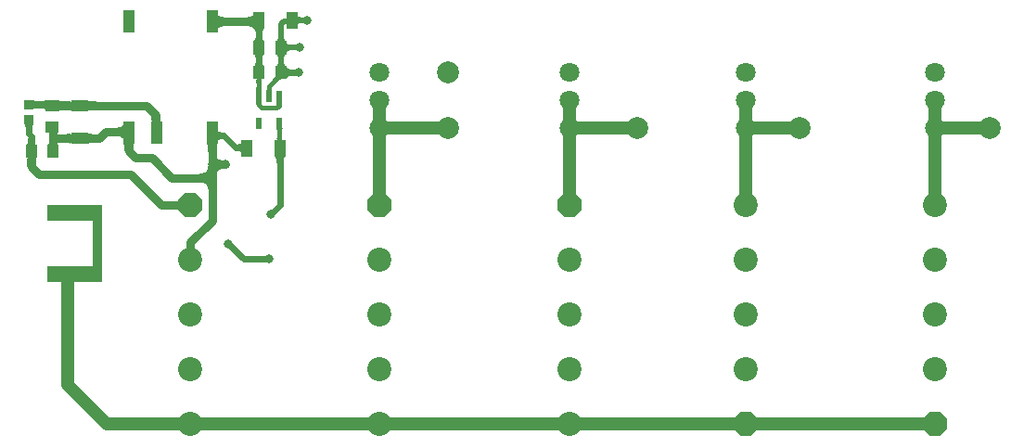
<source format=gtl>
G04*
G04 #@! TF.GenerationSoftware,Altium Limited,Altium Designer,20.2.7 (254)*
G04*
G04 Layer_Physical_Order=1*
G04 Layer_Color=255*
%FSLAX25Y25*%
%MOIN*%
G70*
G04*
G04 #@! TF.SameCoordinates,96668020-E94A-4B99-9336-B782C63C42B1*
G04*
G04*
G04 #@! TF.FilePolarity,Positive*
G04*
G01*
G75*
%ADD12C,0.01968*%
%ADD13R,0.03937X0.06299*%
%ADD14R,0.03937X0.04921*%
%ADD15R,0.02362X0.03937*%
%ADD16R,0.03937X0.08268*%
%ADD17R,0.03347X0.03347*%
%ADD18R,0.04921X0.03937*%
%ADD19R,0.06299X0.03937*%
%ADD31C,0.02953*%
%ADD32C,0.02362*%
%ADD33C,0.01575*%
%ADD34C,0.03150*%
%ADD35C,0.04724*%
%ADD36P,0.09375X8X112.5*%
%ADD37C,0.08661*%
%ADD38C,0.07874*%
%ADD39C,0.07087*%
%ADD40C,0.03150*%
G36*
X72882Y169189D02*
X72976Y168921D01*
X73134Y168685D01*
X73356Y168480D01*
X73640Y168307D01*
X73988Y168165D01*
X74399Y168055D01*
X74873Y167976D01*
X75411Y167929D01*
X76012Y167913D01*
Y164764D01*
X75411Y164748D01*
X74873Y164701D01*
X74399Y164622D01*
X73988Y164512D01*
X73640Y164370D01*
X73356Y164197D01*
X73134Y163992D01*
X72976Y163756D01*
X72882Y163488D01*
X72850Y163189D01*
Y169488D01*
X72882Y169189D01*
D02*
G37*
G36*
X20091Y134264D02*
X20061Y134355D01*
X19973Y134437D01*
X19825Y134509D01*
X19618Y134571D01*
X19353Y134624D01*
X19028Y134667D01*
X18201Y134725D01*
X18057Y134728D01*
X16573Y134624D01*
X16307Y134571D01*
X16100Y134509D01*
X15953Y134437D01*
X15864Y134355D01*
X15834Y134264D01*
Y138177D01*
X15864Y138086D01*
X15953Y138004D01*
X16100Y137932D01*
X16307Y137870D01*
X16573Y137817D01*
X16897Y137774D01*
X17724Y137716D01*
X17868Y137713D01*
X19353Y137817D01*
X19618Y137870D01*
X19825Y137932D01*
X19973Y138004D01*
X20061Y138086D01*
X20091Y138177D01*
Y134264D01*
D02*
G37*
G36*
X26395Y138086D02*
X26484Y138004D01*
X26632Y137932D01*
X26838Y137870D01*
X27104Y137817D01*
X27429Y137774D01*
X28256Y137716D01*
X29319Y137697D01*
Y134744D01*
X28758Y134739D01*
X27104Y134624D01*
X26838Y134571D01*
X26632Y134509D01*
X26484Y134437D01*
X26395Y134355D01*
X26366Y134264D01*
Y138177D01*
X26395Y138086D01*
D02*
G37*
G36*
X6803Y138184D02*
X6874Y138103D01*
X6992Y138031D01*
X7157Y137969D01*
X7370Y137916D01*
X7629Y137872D01*
X7937Y137839D01*
X8692Y137800D01*
X8891Y137798D01*
X9024Y137799D01*
X10347Y137891D01*
X10559Y137933D01*
X10725Y137982D01*
X10843Y138040D01*
X10914Y138104D01*
X10937Y138177D01*
Y134264D01*
X10914Y134486D01*
X10843Y134685D01*
X10725Y134860D01*
X10559Y135012D01*
X10347Y135141D01*
X10087Y135246D01*
X9780Y135328D01*
X9425Y135387D01*
X9024Y135422D01*
X8740Y135429D01*
X8692Y135429D01*
X7629Y135357D01*
X7370Y135313D01*
X7157Y135260D01*
X6992Y135198D01*
X6874Y135126D01*
X6803Y135045D01*
X6779Y134953D01*
Y138276D01*
X6803Y138184D01*
D02*
G37*
G36*
X52150Y132396D02*
X52200Y131721D01*
X52244Y131446D01*
X52300Y131214D01*
X52368Y131024D01*
X52450Y130876D01*
X52543Y130770D01*
X52649Y130706D01*
X52768Y130685D01*
X48949Y130697D01*
X48995Y130718D01*
X49036Y130781D01*
X49072Y130886D01*
X49104Y131033D01*
X49130Y131222D01*
X49169Y131726D01*
X49191Y132797D01*
X52144D01*
X52150Y132396D01*
D02*
G37*
G36*
X6688Y129418D02*
X6606Y129347D01*
X6534Y129229D01*
X6472Y129063D01*
X6419Y128851D01*
X6376Y128591D01*
X6342Y128284D01*
X6304Y127528D01*
X6299Y127079D01*
X3937D01*
X3932Y127528D01*
X3860Y128591D01*
X3817Y128851D01*
X3764Y129063D01*
X3701Y129229D01*
X3629Y129347D01*
X3548Y129418D01*
X3457Y129441D01*
X6779D01*
X6688Y129418D01*
D02*
G37*
G36*
X38961Y123819D02*
X38931Y124099D01*
X38842Y124350D01*
X38694Y124572D01*
X38487Y124764D01*
X38220Y124926D01*
X37894Y125059D01*
X37508Y125162D01*
X37064Y125236D01*
X36560Y125280D01*
X35996Y125295D01*
Y128248D01*
X36560Y128263D01*
X37064Y128307D01*
X37508Y128381D01*
X37894Y128484D01*
X38220Y128617D01*
X38487Y128779D01*
X38694Y128972D01*
X38842Y129193D01*
X38931Y129444D01*
X38961Y129724D01*
Y123819D01*
D02*
G37*
G36*
X72884Y127343D02*
X72949Y127175D01*
X73057Y127027D01*
X73210Y126898D01*
X73405Y126789D01*
X73644Y126700D01*
X73926Y126630D01*
X74252Y126581D01*
X74621Y126551D01*
X75034Y126541D01*
Y124179D01*
X74621Y124169D01*
X74252Y124139D01*
X73926Y124090D01*
X73644Y124021D01*
X73405Y123931D01*
X73210Y123822D01*
X73057Y123694D01*
X72949Y123545D01*
X72884Y123377D01*
X72862Y123189D01*
Y127532D01*
X72884Y127343D01*
D02*
G37*
G36*
X26395Y126275D02*
X26484Y126193D01*
X26632Y126121D01*
X26838Y126059D01*
X27104Y126006D01*
X27429Y125963D01*
X28256Y125905D01*
X29319Y125886D01*
Y122933D01*
X28758Y122928D01*
X27104Y122813D01*
X26838Y122760D01*
X26632Y122698D01*
X26484Y122626D01*
X26395Y122544D01*
X26366Y122453D01*
Y126366D01*
X26395Y126275D01*
D02*
G37*
G36*
X20091Y122453D02*
X20061Y122544D01*
X19973Y122626D01*
X19825Y122698D01*
X19618Y122760D01*
X19353Y122813D01*
X19028Y122856D01*
X18201Y122914D01*
X17138Y122933D01*
Y125886D01*
X17699Y125891D01*
X19353Y126006D01*
X19618Y126059D01*
X19825Y126121D01*
X19973Y126193D01*
X20061Y126275D01*
X20091Y126366D01*
Y122453D01*
D02*
G37*
G36*
X15345Y126374D02*
X15327Y126327D01*
X15310Y126247D01*
X15296Y126136D01*
X15274Y125819D01*
X15256Y124803D01*
X15261Y124296D01*
X15376Y122801D01*
X15429Y122561D01*
X15491Y122374D01*
X15563Y122240D01*
X15645Y122160D01*
X15736Y122134D01*
X11823D01*
X11914Y122160D01*
X11996Y122240D01*
X12068Y122374D01*
X12130Y122561D01*
X12183Y122801D01*
X12226Y123095D01*
X12284Y123842D01*
X12303Y124803D01*
X12302Y125105D01*
X12233Y126327D01*
X12214Y126374D01*
X12193Y126390D01*
X15366D01*
X15345Y126374D01*
D02*
G37*
G36*
X7094Y124047D02*
X7156Y123291D01*
X7211Y122984D01*
X7281Y122724D01*
X7366Y122512D01*
X7467Y122346D01*
X7583Y122228D01*
X7715Y122157D01*
X7862Y122134D01*
X3949D01*
X4096Y122157D01*
X4228Y122228D01*
X4344Y122346D01*
X4445Y122512D01*
X4531Y122724D01*
X4600Y122984D01*
X4655Y123291D01*
X4693Y123645D01*
X4724Y124496D01*
X7087D01*
X7094Y124047D01*
D02*
G37*
G36*
X42771Y122426D02*
X42689Y122344D01*
X42617Y122207D01*
X42555Y122016D01*
X42502Y121771D01*
X42459Y121471D01*
X42401Y120707D01*
X42382Y119724D01*
X39429D01*
X39424Y120243D01*
X39309Y121771D01*
X39256Y122016D01*
X39194Y122207D01*
X39122Y122344D01*
X39040Y122426D01*
X38949Y122453D01*
X42862D01*
X42771Y122426D01*
D02*
G37*
G36*
X72763Y122423D02*
X72675Y122335D01*
X72597Y122187D01*
X72530Y121981D01*
X72472Y121715D01*
X72426Y121390D01*
X72363Y120563D01*
X72342Y119500D01*
X69390D01*
X69385Y120061D01*
X69280Y121715D01*
X69231Y121981D01*
X69174Y122187D01*
X69108Y122335D01*
X69033Y122423D01*
X68949Y122453D01*
X72862D01*
X72763Y122423D01*
D02*
G37*
G36*
X7771Y117207D02*
X7689Y117118D01*
X7617Y116971D01*
X7555Y116764D01*
X7502Y116498D01*
X7459Y116173D01*
X7401Y115347D01*
X7382Y114284D01*
X4429D01*
X4424Y114845D01*
X4309Y116498D01*
X4256Y116764D01*
X4194Y116971D01*
X4122Y117118D01*
X4040Y117207D01*
X3949Y117236D01*
X7862D01*
X7771Y117207D01*
D02*
G37*
G36*
X72372Y118829D02*
X72461Y118327D01*
X72608Y117884D01*
X72815Y117500D01*
X73081Y117175D01*
X73405Y116909D01*
X73789Y116703D01*
X74232Y116555D01*
X74734Y116466D01*
X75295Y116437D01*
Y113484D01*
X74734Y113455D01*
X74232Y113366D01*
X73789Y113218D01*
X73405Y113012D01*
X73081Y112746D01*
X72815Y112421D01*
X72608Y112037D01*
X72461Y111594D01*
X72372Y111092D01*
X72342Y110531D01*
X69390Y114961D01*
X72342Y119390D01*
X72372Y118829D01*
D02*
G37*
G36*
X70866Y110236D02*
X69390Y105807D01*
X69360Y106368D01*
X69272Y106870D01*
X69124Y107313D01*
X68917Y107697D01*
X68652Y108022D01*
X68327Y108287D01*
X67943Y108494D01*
X67500Y108642D01*
X66998Y108730D01*
X66437Y108760D01*
Y111713D01*
X66998Y111742D01*
X67500Y111831D01*
X67943Y111978D01*
X68327Y112185D01*
X68652Y112451D01*
X68917Y112776D01*
X69124Y113159D01*
X69272Y113602D01*
X69360Y114104D01*
X69390Y114665D01*
X70866Y110236D01*
D02*
G37*
G36*
X31496Y72835D02*
X11811D01*
Y78314D01*
X27559D01*
X27860Y78439D01*
X27985Y78740D01*
Y94488D01*
X27860Y94789D01*
X27559Y94914D01*
X11811D01*
Y100394D01*
X31496D01*
Y72835D01*
D02*
G37*
G36*
X79337Y122238D02*
X79749Y122248D01*
X80118Y122278D01*
X80444Y122327D01*
X80726Y122397D01*
X80965Y122486D01*
X81161Y122595D01*
X81313Y122724D01*
X81421Y122872D01*
X81486Y123041D01*
X81508Y123229D01*
Y118886D01*
X81486Y119074D01*
X81421Y119242D01*
X81313Y119391D01*
X81161Y119519D01*
X80965Y119629D01*
X80726Y119718D01*
X80444Y119787D01*
X80118Y119836D01*
X79749Y119866D01*
X79337Y119876D01*
Y122238D01*
D02*
G37*
G36*
X95866Y125578D02*
X95874Y125277D01*
X95898Y125007D01*
X95937Y124769D01*
X95992Y124563D01*
X96063Y124388D01*
X96150Y124246D01*
X96252Y124135D01*
X96370Y124055D01*
X96504Y124008D01*
X96653Y123992D01*
X93504D01*
X93654Y124008D01*
X93787Y124055D01*
X93906Y124135D01*
X94008Y124246D01*
X94095Y124388D01*
X94165Y124563D01*
X94221Y124769D01*
X94260Y125007D01*
X94283Y125277D01*
X94291Y125578D01*
X95866D01*
D02*
G37*
G36*
X94095Y115366D02*
X94087Y115815D01*
X94025Y116571D01*
X93970Y116878D01*
X93901Y117138D01*
X93815Y117351D01*
X93714Y117516D01*
X93598Y117634D01*
X93466Y117705D01*
X93319Y117728D01*
X97232D01*
X97085Y117705D01*
X96953Y117634D01*
X96837Y117516D01*
X96736Y117351D01*
X96650Y117138D01*
X96581Y116878D01*
X96526Y116571D01*
X96488Y116217D01*
X96457Y115366D01*
X94095D01*
D02*
G37*
G36*
X94291Y126390D02*
X94288Y126689D01*
X94230Y127398D01*
X94196Y127571D01*
X94154Y127713D01*
X94104Y127823D01*
X94047Y127902D01*
X93982Y127949D01*
X93910Y127965D01*
X96248D01*
X96175Y127949D01*
X96110Y127902D01*
X96053Y127823D01*
X96004Y127713D01*
X95962Y127571D01*
X95927Y127398D01*
X95900Y127193D01*
X95870Y126689D01*
X95866Y126390D01*
X94291D01*
D02*
G37*
G36*
X94097Y136223D02*
X94095Y136450D01*
X94051Y137116D01*
X94030Y137223D01*
X94005Y137306D01*
X93977Y137366D01*
X93945Y137402D01*
X93910Y137414D01*
X96075D01*
X95999Y137402D01*
X95930Y137366D01*
X95870Y137306D01*
X95817Y137223D01*
X95773Y137116D01*
X95737Y136985D01*
X95708Y136830D01*
X95688Y136652D01*
X95676Y136450D01*
X95672Y136223D01*
X94097D01*
D02*
G37*
G36*
X86811Y136356D02*
X86808Y136557D01*
X86768Y137033D01*
X86743Y137149D01*
X86714Y137244D01*
X86678Y137318D01*
X86638Y137371D01*
X86592Y137403D01*
X86540Y137414D01*
X88656D01*
X88605Y137403D01*
X88559Y137371D01*
X88518Y137318D01*
X88483Y137244D01*
X88454Y137149D01*
X88429Y137033D01*
X88410Y136895D01*
X88389Y136557D01*
X88386Y136356D01*
X86811D01*
D02*
G37*
G36*
X88386Y142901D02*
X88390Y142602D01*
X88447Y141893D01*
X88481Y141720D01*
X88523Y141578D01*
X88573Y141468D01*
X88630Y141390D01*
X88695Y141342D01*
X88767Y141327D01*
X86429D01*
X86502Y141342D01*
X86567Y141390D01*
X86624Y141468D01*
X86674Y141578D01*
X86716Y141720D01*
X86750Y141893D01*
X86777Y142098D01*
X86807Y142602D01*
X86811Y142901D01*
X88386D01*
D02*
G37*
G36*
X86811Y144008D02*
X86803Y144310D01*
X86779Y144579D01*
X86740Y144817D01*
X86685Y145024D01*
X86614Y145198D01*
X86528Y145341D01*
X86425Y145452D01*
X86307Y145531D01*
X86173Y145579D01*
X86024Y145595D01*
X89173D01*
X89024Y145579D01*
X88890Y145531D01*
X88772Y145452D01*
X88669Y145341D01*
X88583Y145198D01*
X88512Y145024D01*
X88457Y144817D01*
X88417Y144579D01*
X88394Y144310D01*
X88386Y144008D01*
X86811D01*
D02*
G37*
G36*
X92126Y142901D02*
X92130Y142602D01*
X92187Y141893D01*
X92221Y141720D01*
X92263Y141578D01*
X92313Y141468D01*
X92370Y141390D01*
X92435Y141342D01*
X92508Y141327D01*
X90170D01*
X90242Y141342D01*
X90307Y141390D01*
X90364Y141468D01*
X90414Y141578D01*
X90456Y141720D01*
X90490Y141893D01*
X90517Y142098D01*
X90547Y142602D01*
X90551Y142901D01*
X92126D01*
D02*
G37*
G36*
X92599Y145650D02*
X92909Y145971D01*
X93397Y146548D01*
X93576Y146803D01*
X93710Y147037D01*
X93801Y147249D01*
X93848Y147439D01*
X93851Y147607D01*
X93810Y147753D01*
X93725Y147878D01*
X95872Y145595D01*
X95754Y145686D01*
X95612Y145731D01*
X95448Y145732D01*
X95260Y145687D01*
X95049Y145597D01*
X94814Y145462D01*
X94557Y145282D01*
X94276Y145056D01*
X93645Y144469D01*
X92599Y145650D01*
D02*
G37*
G36*
X99988Y146850D02*
X99539Y146839D01*
X99138Y146803D01*
X98783Y146744D01*
X98476Y146661D01*
X98216Y146555D01*
X98004Y146425D01*
X97838Y146272D01*
X97720Y146095D01*
X97649Y145894D01*
X97626Y145669D01*
Y150394D01*
X97649Y150169D01*
X97720Y149969D01*
X97838Y149791D01*
X98004Y149638D01*
X98216Y149508D01*
X98476Y149402D01*
X98783Y149319D01*
X99138Y149260D01*
X99539Y149224D01*
X99988Y149213D01*
Y146850D01*
D02*
G37*
G36*
X85839Y163792D02*
X89752D01*
X89604Y163768D01*
X89473Y163697D01*
X89356Y163579D01*
X89255Y163414D01*
X89170Y163201D01*
X89100Y162941D01*
X89046Y162634D01*
X89007Y162280D01*
X88982Y161580D01*
X88984Y161449D01*
X89046Y160693D01*
X89100Y160386D01*
X89170Y160126D01*
X89255Y159913D01*
X89356Y159748D01*
X89473Y159630D01*
X89604Y159559D01*
X89752Y159535D01*
X85839D01*
X85986Y159559D01*
X86118Y159630D01*
X86234Y159748D01*
X86335Y159913D01*
X86420Y160126D01*
X86490Y160386D01*
X86544Y160693D01*
X86583Y161047D01*
X86609Y161747D01*
X86606Y161878D01*
X86544Y162634D01*
X86490Y162941D01*
X86420Y163201D01*
X86335Y163414D01*
X86234Y163579D01*
X86118Y163697D01*
X85986Y163768D01*
X85839Y163792D01*
X85807Y163976D01*
X85713Y164141D01*
X85555Y164287D01*
X85335Y164414D01*
X85051Y164521D01*
X84705Y164608D01*
X84295Y164676D01*
X83823Y164725D01*
X82689Y164764D01*
Y167913D01*
X83289Y167929D01*
X83826Y167976D01*
X84300Y168055D01*
X84711Y168165D01*
X85059Y168307D01*
X85343Y168480D01*
X85565Y168685D01*
X85723Y168921D01*
X85819Y169189D01*
X85851Y169488D01*
X85839Y163792D01*
D02*
G37*
G36*
X89604Y154614D02*
X89473Y154543D01*
X89356Y154425D01*
X89255Y154260D01*
X89170Y154047D01*
X89100Y153788D01*
X89046Y153481D01*
X89007Y153126D01*
X88983Y152458D01*
X88984Y152393D01*
X89046Y151638D01*
X89100Y151330D01*
X89170Y151071D01*
X89255Y150858D01*
X89356Y150693D01*
X89473Y150575D01*
X89604Y150504D01*
X89752Y150480D01*
X85839D01*
X85986Y150504D01*
X86118Y150575D01*
X86234Y150693D01*
X86335Y150858D01*
X86420Y151071D01*
X86490Y151330D01*
X86544Y151638D01*
X86583Y151992D01*
X86607Y152660D01*
X86606Y152725D01*
X86544Y153481D01*
X86490Y153788D01*
X86420Y154047D01*
X86335Y154260D01*
X86234Y154425D01*
X86118Y154543D01*
X85986Y154614D01*
X85839Y154638D01*
X89752D01*
X89604Y154614D01*
D02*
G37*
G36*
X96653Y152449D02*
X96663Y152075D01*
X96692Y151740D01*
X96741Y151445D01*
X96809Y151189D01*
X96897Y150972D01*
X97004Y150795D01*
X97130Y150657D01*
X97276Y150559D01*
X97441Y150500D01*
X97626Y150480D01*
X93713D01*
X93897Y150500D01*
X94063Y150559D01*
X94209Y150657D01*
X94335Y150795D01*
X94442Y150972D01*
X94529Y151189D01*
X94598Y151445D01*
X94646Y151740D01*
X94675Y152075D01*
X94685Y152449D01*
X96653D01*
D02*
G37*
G36*
X94685Y152670D02*
X94675Y153043D01*
X94646Y153378D01*
X94598Y153673D01*
X94529Y153929D01*
X94442Y154146D01*
X94335Y154323D01*
X94209Y154461D01*
X94063Y154559D01*
X93897Y154618D01*
X93713Y154638D01*
X97626D01*
X97441Y154618D01*
X97276Y154559D01*
X97130Y154461D01*
X97004Y154323D01*
X96897Y154146D01*
X96809Y153929D01*
X96741Y153673D01*
X96692Y153378D01*
X96663Y153043D01*
X96653Y152670D01*
X94685D01*
D02*
G37*
G36*
X99594Y156102D02*
X99220Y156093D01*
X98886Y156063D01*
X98590Y156014D01*
X98334Y155945D01*
X98118Y155856D01*
X97941Y155748D01*
X97803Y155620D01*
X97704Y155472D01*
X97645Y155305D01*
X97626Y155118D01*
Y159055D01*
X97645Y158868D01*
X97704Y158701D01*
X97803Y158553D01*
X97941Y158425D01*
X98118Y158317D01*
X98334Y158228D01*
X98590Y158159D01*
X98886Y158110D01*
X99220Y158081D01*
X99594Y158071D01*
Y156102D01*
D02*
G37*
G36*
X96653Y161504D02*
X96663Y161130D01*
X96692Y160795D01*
X96741Y160500D01*
X96809Y160244D01*
X96897Y160027D01*
X97004Y159850D01*
X97130Y159712D01*
X97276Y159614D01*
X97441Y159555D01*
X97626Y159535D01*
X93713D01*
X93897Y159555D01*
X94063Y159614D01*
X94209Y159712D01*
X94335Y159850D01*
X94442Y160027D01*
X94529Y160244D01*
X94598Y160500D01*
X94646Y160795D01*
X94675Y161130D01*
X94685Y161504D01*
X96653D01*
D02*
G37*
G36*
X103531Y165945D02*
X103157Y165935D01*
X102823Y165905D01*
X102527Y165856D01*
X102271Y165787D01*
X102055Y165699D01*
X101878Y165591D01*
X101740Y165463D01*
X101641Y165315D01*
X101583Y165148D01*
X101563Y164961D01*
Y168898D01*
X101583Y168711D01*
X101641Y168543D01*
X101740Y168396D01*
X101878Y168268D01*
X102055Y168159D01*
X102271Y168071D01*
X102527Y168002D01*
X102823Y167953D01*
X103157Y167923D01*
X103531Y167913D01*
Y165945D01*
D02*
G37*
D12*
X99606Y166929D02*
X105118D01*
X95669Y157087D02*
X102362D01*
X96822Y166535D02*
X99213D01*
X95669Y157087D02*
Y165382D01*
X96822Y166535D01*
X99213D02*
X99606Y166929D01*
X95669Y148031D02*
Y157087D01*
D13*
X87795Y166929D02*
D03*
X99606D02*
D03*
X83465Y120866D02*
D03*
X95276D02*
D03*
D14*
X87795Y157087D02*
D03*
X95669D02*
D03*
X87795Y148031D02*
D03*
X95669D02*
D03*
X5906Y119685D02*
D03*
X13780D02*
D03*
D15*
X95079Y129921D02*
D03*
X87598D02*
D03*
Y139370D02*
D03*
X91339D02*
D03*
X95079D02*
D03*
D16*
X40905Y166339D02*
D03*
X70906D02*
D03*
Y126575D02*
D03*
X50906D02*
D03*
X40905D02*
D03*
D17*
X5118Y136615D02*
D03*
Y131103D02*
D03*
D18*
X13386Y136221D02*
D03*
Y128347D02*
D03*
D19*
X23228Y124409D02*
D03*
Y136221D02*
D03*
D31*
X70866Y114961D02*
Y126535D01*
Y94882D02*
Y114961D01*
X75590D01*
X63144Y87159D02*
X70866Y94882D01*
X56299Y110236D02*
X70866D01*
X70866Y110236D01*
Y126535D02*
X70906Y126575D01*
X47244Y136221D02*
X50667Y132797D01*
Y126813D02*
Y132797D01*
Y126813D02*
X50906Y126575D01*
X13386Y136221D02*
X47244D01*
X49213Y117323D02*
X56299Y110236D01*
X40709Y126772D02*
X40905Y126575D01*
X32677Y126772D02*
X40709D01*
X23228Y124409D02*
X30315D01*
X32677Y126772D01*
X13780Y124803D02*
Y127953D01*
Y119685D02*
Y124803D01*
X14173Y124409D02*
X23228D01*
X13780Y124803D02*
X14173Y124409D01*
X13386Y128347D02*
X13780Y127953D01*
X43307Y117323D02*
X49213D01*
X40905Y119724D02*
Y126575D01*
Y119724D02*
X43307Y117323D01*
X5906Y114173D02*
Y119685D01*
Y114173D02*
X8661Y111417D01*
X41732D01*
X52756Y100394D01*
X62992D01*
Y80709D02*
X63144Y80860D01*
Y87159D01*
D32*
X71260Y125793D02*
X71693Y125360D01*
X95669Y148031D02*
X101969D01*
X92126Y97244D02*
X95276Y100394D01*
Y120866D01*
X71693Y125360D02*
X75034D01*
X79337Y121057D01*
X83274D02*
X83465Y120866D01*
X79337Y121057D02*
X83274D01*
X87795Y148031D02*
Y157087D01*
X87795Y166732D02*
Y166929D01*
Y157087D02*
Y166732D01*
X87795Y157087D02*
X87795Y157087D01*
X76772Y86614D02*
X82284Y81102D01*
X91339D01*
X5118Y136615D02*
X12992D01*
X13386Y136221D01*
X5118Y125985D02*
Y131103D01*
Y125985D02*
X5906Y125197D01*
Y119685D02*
Y125197D01*
D33*
X95079Y121063D02*
Y129921D01*
Y121063D02*
X95276Y120866D01*
X94885Y139176D02*
X95079Y139370D01*
X94885Y136223D02*
Y139176D01*
X94095Y135433D02*
X94885Y136223D01*
X87598Y136356D02*
Y139370D01*
Y136356D02*
X88521Y135433D01*
X94095D01*
X91339Y139370D02*
Y143276D01*
X95669Y147607D01*
Y148031D01*
X87598Y139370D02*
Y147835D01*
X87795Y148031D01*
D34*
X70906Y166339D02*
X87402D01*
X87795Y166732D01*
D35*
X131152Y100394D02*
Y128189D01*
X155403D01*
X155561Y128032D01*
X131152Y128189D02*
Y138189D01*
X199311Y100394D02*
Y128189D01*
Y138189D01*
Y128189D02*
X223721D01*
X262549Y100394D02*
Y128189D01*
Y138189D01*
Y128189D02*
X282037D01*
X330709D02*
X350197D01*
X330709D02*
Y138189D01*
Y100394D02*
Y128189D01*
X262549Y21654D02*
X330709D01*
X199311D02*
X262549D01*
X131152D02*
X199311D01*
X62992D02*
X131152D01*
X18898Y35827D02*
X33071Y21654D01*
X62992D01*
X18898Y35827D02*
Y73622D01*
D36*
X330709Y21654D02*
D03*
X199311Y100394D02*
D03*
X262549Y21654D02*
D03*
X62992Y100394D02*
D03*
X131152D02*
D03*
D37*
X330709Y41339D02*
D03*
Y61024D02*
D03*
Y80709D02*
D03*
Y100394D02*
D03*
X199311Y80709D02*
D03*
Y61024D02*
D03*
Y41339D02*
D03*
Y21654D02*
D03*
X262549Y100394D02*
D03*
Y80709D02*
D03*
Y61024D02*
D03*
Y41339D02*
D03*
X62992Y21654D02*
D03*
Y41339D02*
D03*
Y61024D02*
D03*
Y80709D02*
D03*
X131152Y21654D02*
D03*
Y41339D02*
D03*
Y61024D02*
D03*
Y80709D02*
D03*
D38*
X223721Y128189D02*
D03*
X282037D02*
D03*
X350197D02*
D03*
X155561Y128032D02*
D03*
Y148189D02*
D03*
D39*
X131152D02*
D03*
Y138189D02*
D03*
Y128189D02*
D03*
X199311Y148189D02*
D03*
Y138189D02*
D03*
Y128189D02*
D03*
X262549Y148189D02*
D03*
Y138189D02*
D03*
Y128189D02*
D03*
X330709Y148189D02*
D03*
Y138189D02*
D03*
Y128189D02*
D03*
D40*
X75590Y114961D02*
D03*
X105118Y166929D02*
D03*
X102362Y157087D02*
D03*
X101969Y148031D02*
D03*
X92126Y97244D02*
D03*
X91339Y81102D02*
D03*
X76772Y86614D02*
D03*
M02*

</source>
